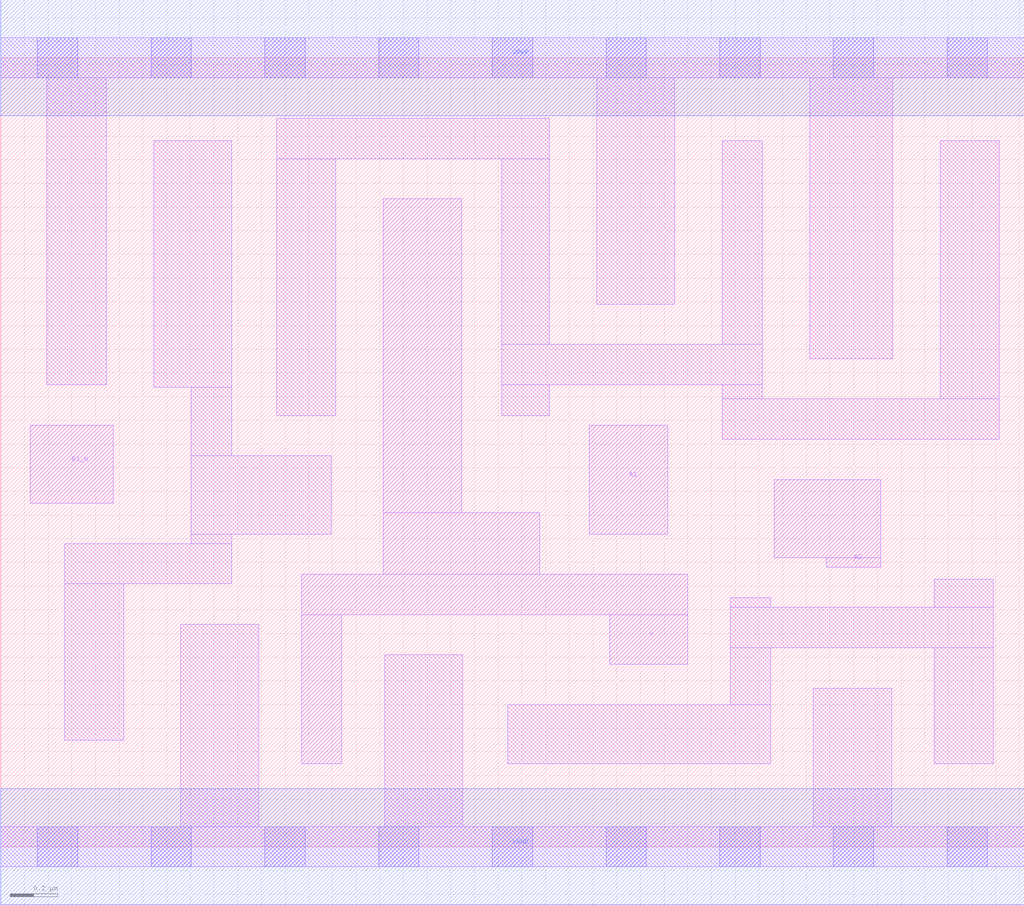
<source format=lef>
# Copyright 2020 The SkyWater PDK Authors
#
# Licensed under the Apache License, Version 2.0 (the "License");
# you may not use this file except in compliance with the License.
# You may obtain a copy of the License at
#
#     https://www.apache.org/licenses/LICENSE-2.0
#
# Unless required by applicable law or agreed to in writing, software
# distributed under the License is distributed on an "AS IS" BASIS,
# WITHOUT WARRANTIES OR CONDITIONS OF ANY KIND, either express or implied.
# See the License for the specific language governing permissions and
# limitations under the License.
#
# SPDX-License-Identifier: Apache-2.0

VERSION 5.7 ;
  NAMESCASESENSITIVE ON ;
  NOWIREEXTENSIONATPIN ON ;
  DIVIDERCHAR "/" ;
  BUSBITCHARS "[]" ;
UNITS
  DATABASE MICRONS 200 ;
END UNITS
MACRO sky130_fd_sc_ls__a21boi_2
  CLASS CORE ;
  FOREIGN sky130_fd_sc_ls__a21boi_2 ;
  ORIGIN  0.000000  0.000000 ;
  SIZE  4.320000 BY  3.330000 ;
  SYMMETRY X Y ;
  SITE unit ;
  PIN A1
    ANTENNAGATEAREA  0.558000 ;
    DIRECTION INPUT ;
    USE SIGNAL ;
    PORT
      LAYER li1 ;
        RECT 2.485000 1.320000 2.815000 1.780000 ;
    END
  END A1
  PIN A2
    ANTENNAGATEAREA  0.558000 ;
    DIRECTION INPUT ;
    USE SIGNAL ;
    PORT
      LAYER li1 ;
        RECT 3.265000 1.220000 3.715000 1.550000 ;
        RECT 3.485000 1.180000 3.715000 1.220000 ;
    END
  END A2
  PIN B1_N
    ANTENNAGATEAREA  0.246000 ;
    DIRECTION INPUT ;
    USE SIGNAL ;
    PORT
      LAYER li1 ;
        RECT 0.125000 1.450000 0.475000 1.780000 ;
    END
  END B1_N
  PIN Y
    ANTENNADIFFAREA  0.750400 ;
    DIRECTION OUTPUT ;
    USE SIGNAL ;
    PORT
      LAYER li1 ;
        RECT 1.270000 0.350000 1.440000 0.980000 ;
        RECT 1.270000 0.980000 2.900000 1.150000 ;
        RECT 1.615000 1.150000 2.275000 1.410000 ;
        RECT 1.615000 1.410000 1.945000 2.735000 ;
        RECT 2.570000 0.770000 2.900000 0.980000 ;
    END
  END Y
  PIN VGND
    DIRECTION INOUT ;
    SHAPE ABUTMENT ;
    USE GROUND ;
    PORT
      LAYER met1 ;
        RECT 0.000000 -0.245000 4.320000 0.245000 ;
    END
  END VGND
  PIN VPWR
    DIRECTION INOUT ;
    SHAPE ABUTMENT ;
    USE POWER ;
    PORT
      LAYER met1 ;
        RECT 0.000000 3.085000 4.320000 3.575000 ;
    END
  END VPWR
  OBS
    LAYER li1 ;
      RECT 0.000000 -0.085000 4.320000 0.085000 ;
      RECT 0.000000  3.245000 4.320000 3.415000 ;
      RECT 0.195000  1.950000 0.445000 3.245000 ;
      RECT 0.270000  0.450000 0.520000 1.110000 ;
      RECT 0.270000  1.110000 0.975000 1.280000 ;
      RECT 0.645000  1.940000 0.975000 2.980000 ;
      RECT 0.760000  0.085000 1.090000 0.940000 ;
      RECT 0.805000  1.280000 0.975000 1.320000 ;
      RECT 0.805000  1.320000 1.395000 1.650000 ;
      RECT 0.805000  1.650000 0.975000 1.940000 ;
      RECT 1.165000  1.820000 1.415000 2.905000 ;
      RECT 1.165000  2.905000 2.315000 3.075000 ;
      RECT 1.620000  0.085000 1.950000 0.810000 ;
      RECT 2.115000  1.820000 2.315000 1.950000 ;
      RECT 2.115000  1.950000 3.215000 2.120000 ;
      RECT 2.115000  2.120000 2.315000 2.905000 ;
      RECT 2.140000  0.350000 3.250000 0.600000 ;
      RECT 2.515000  2.290000 2.845000 3.245000 ;
      RECT 3.045000  1.720000 4.215000 1.890000 ;
      RECT 3.045000  1.890000 3.215000 1.950000 ;
      RECT 3.045000  2.120000 3.215000 2.980000 ;
      RECT 3.080000  0.600000 3.250000 0.840000 ;
      RECT 3.080000  0.840000 4.190000 1.010000 ;
      RECT 3.080000  1.010000 3.250000 1.050000 ;
      RECT 3.415000  2.060000 3.765000 3.245000 ;
      RECT 3.430000  0.085000 3.760000 0.670000 ;
      RECT 3.940000  0.350000 4.190000 0.840000 ;
      RECT 3.940000  1.010000 4.190000 1.130000 ;
      RECT 3.965000  1.890000 4.215000 2.980000 ;
    LAYER mcon ;
      RECT 0.155000 -0.085000 0.325000 0.085000 ;
      RECT 0.155000  3.245000 0.325000 3.415000 ;
      RECT 0.635000 -0.085000 0.805000 0.085000 ;
      RECT 0.635000  3.245000 0.805000 3.415000 ;
      RECT 1.115000 -0.085000 1.285000 0.085000 ;
      RECT 1.115000  3.245000 1.285000 3.415000 ;
      RECT 1.595000 -0.085000 1.765000 0.085000 ;
      RECT 1.595000  3.245000 1.765000 3.415000 ;
      RECT 2.075000 -0.085000 2.245000 0.085000 ;
      RECT 2.075000  3.245000 2.245000 3.415000 ;
      RECT 2.555000 -0.085000 2.725000 0.085000 ;
      RECT 2.555000  3.245000 2.725000 3.415000 ;
      RECT 3.035000 -0.085000 3.205000 0.085000 ;
      RECT 3.035000  3.245000 3.205000 3.415000 ;
      RECT 3.515000 -0.085000 3.685000 0.085000 ;
      RECT 3.515000  3.245000 3.685000 3.415000 ;
      RECT 3.995000 -0.085000 4.165000 0.085000 ;
      RECT 3.995000  3.245000 4.165000 3.415000 ;
  END
END sky130_fd_sc_ls__a21boi_2
END LIBRARY

</source>
